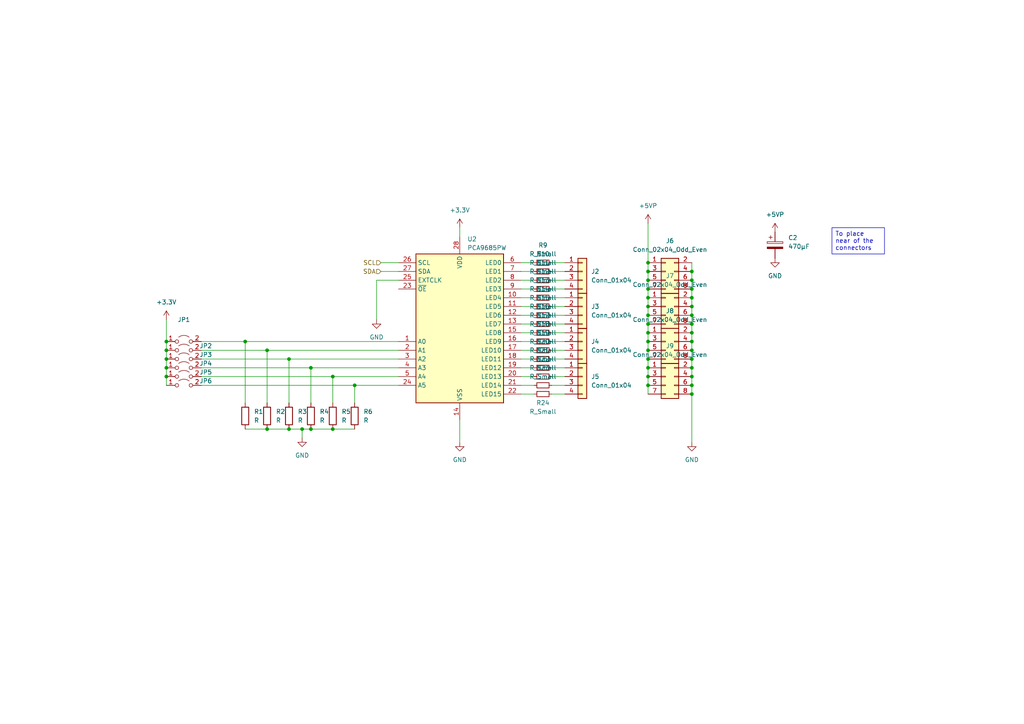
<source format=kicad_sch>
(kicad_sch (version 20230121) (generator eeschema)
  (paper "A4")
  (lib_symbols
    (symbol "Connector_Generic:Conn_01x04" (pin_names (offset 1.016) hide)
      (property "Reference" "J" (at 0 5.08 0))
      (property "Value" "Conn_01x04" (at 0 -7.62 0))
      (symbol "Conn_01x04_1_1"
        (rectangle (start -1.27 -4.953) (end 0 -5.207) (stroke (width 0.1524)))
        (rectangle (start -1.27 -2.413) (end 0 -2.667) (stroke (width 0.1524)))
        (rectangle (start -1.27 0.127) (end 0 -0.127) (stroke (width 0.1524)))
        (rectangle (start -1.27 2.667) (end 0 2.413) (stroke (width 0.1524)))
        (rectangle (start -1.27 3.81) (end 1.27 -6.35) (stroke (width 0.254)) (fill (type background)))
        (pin passive line (at -5.08 2.54 0) (length 3.81) (name "Pin_1") (number "1"))
        (pin passive line (at -5.08 0 0) (length 3.81) (name "Pin_2") (number "2"))
        (pin passive line (at -5.08 -2.54 0) (length 3.81) (name "Pin_3") (number "3"))
        (pin passive line (at -5.08 -5.08 0) (length 3.81) (name "Pin_4") (number "4"))
      )
    )
    (symbol "Connector_Generic:Conn_02x04_Odd_Even" (pin_names (offset 1.016) hide)
      (property "Reference" "J" (at 1.27 5.08 0))
      (property "Value" "Conn_02x04_Odd_Even" (at 1.27 -7.62 0))
      (symbol "Conn_02x04_Odd_Even_1_1"
        (rectangle (start -1.27 -4.953) (end 0 -5.207) (stroke (width 0.1524)))
        (rectangle (start -1.27 -2.413) (end 0 -2.667) (stroke (width 0.1524)))
        (rectangle (start -1.27 0.127) (end 0 -0.127) (stroke (width 0.1524)))
        (rectangle (start -1.27 2.667) (end 0 2.413) (stroke (width 0.1524)))
        (rectangle (start -1.27 3.81) (end 3.81 -6.35) (stroke (width 0.254)) (fill (type background)))
        (rectangle (start 3.81 -4.953) (end 2.54 -5.207) (stroke (width 0.1524)))
        (rectangle (start 3.81 -2.413) (end 2.54 -2.667) (stroke (width 0.1524)))
        (rectangle (start 3.81 0.127) (end 2.54 -0.127) (stroke (width 0.1524)))
        (rectangle (start 3.81 2.667) (end 2.54 2.413) (stroke (width 0.1524)))
        (pin passive line (at -5.08 2.54 0) (length 3.81) (name "Pin_1") (number "1"))
        (pin passive line (at 7.62 2.54 180) (length 3.81) (name "Pin_2") (number "2"))
        (pin passive line (at -5.08 0 0) (length 3.81) (name "Pin_3") (number "3"))
        (pin passive line (at 7.62 0 180) (length 3.81) (name "Pin_4") (number "4"))
        (pin passive line (at -5.08 -2.54 0) (length 3.81) (name "Pin_5") (number "5"))
        (pin passive line (at 7.62 -2.54 180) (length 3.81) (name "Pin_6") (number "6"))
        (pin passive line (at -5.08 -5.08 0) (length 3.81) (name "Pin_7") (number "7"))
        (pin passive line (at 7.62 -5.08 180) (length 3.81) (name "Pin_8") (number "8"))
      )
    )
    (symbol "Device:C_Polarized" (pin_numbers hide) (pin_names (offset 0.254))
      (property "Reference" "C" (at 0.635 2.54 0))
      (property "Value" "C_Polarized" (at 0.635 -2.54 0))
      (symbol "C_Polarized_0_1"
        (rectangle (start -2.286 0.508) (end 2.286 1.016))
        (polyline (pts (xy -1.778 2.286) (xy -0.762 2.286)))
        (polyline (pts (xy -1.27 2.794) (xy -1.27 1.778)))
        (rectangle (start 2.286 -0.508) (end -2.286 -1.016) (fill (type outline)))
      )
      (symbol "C_Polarized_1_1"
        (pin passive line (at 0 3.81 270) (length 2.794) (name "~") (number "1"))
        (pin passive line (at 0 -3.81 90) (length 2.794) (name "~") (number "2"))
      )
    )
    (symbol "Device:R" (pin_numbers hide) (pin_names (offset 0))
      (property "Reference" "R" (at 2.032 0 90))
      (property "Value" "R" (at 0 0 90))
      (symbol "R_0_1"
        (rectangle (start -1.016 -2.54) (end 1.016 2.54) (stroke (width 0.254)))
      )
      (symbol "R_1_1"
        (pin passive line (at 0 3.81 270) (length 1.27) (name "~") (number "1"))
        (pin passive line (at 0 -3.81 90) (length 1.27) (name "~") (number "2"))
      )
    )
    (symbol "Device:R_Small" (pin_numbers hide) (pin_names (offset 0.254) hide)
      (property "Reference" "R" (at 0.762 0.508 0))
      (property "Value" "R_Small" (at 0.762 -1.016 0))
      (symbol "R_Small_0_1"
        (rectangle (start -0.762 1.778) (end 0.762 -1.778) (stroke (width 0.2032)))
      )
      (symbol "R_Small_1_1"
        (pin passive line (at 0 2.54 270) (length 0.762) (name "~") (number "1"))
        (pin passive line (at 0 -2.54 90) (length 0.762) (name "~") (number "2"))
      )
    )
    (symbol "Driver_LED:PCA9685PW"
      (property "Reference" "U" (at -12.7 22.225 0))
      (property "Value" "PCA9685PW" (at 1.27 22.225 0))
      (symbol "PCA9685PW_0_1"
        (rectangle (start -12.7 20.32) (end 12.7 -22.86) (stroke (width 0.254)) (fill (type background)))
      )
      (symbol "PCA9685PW_1_1"
        (pin input line (at -17.78 -5.08 0) (length 5.08) (name "A0") (number "1"))
        (pin output line (at 17.78 7.62 180) (length 5.08) (name "LED4") (number "10"))
        (pin output line (at 17.78 5.08 180) (length 5.08) (name "LED5") (number "11"))
        (pin output line (at 17.78 2.54 180) (length 5.08) (name "LED6") (number "12"))
        (pin output line (at 17.78 0 180) (length 5.08) (name "LED7") (number "13"))
        (pin power_in line (at 0 -27.94 90) (length 5.08) (name "VSS") (number "14"))
        (pin output line (at 17.78 -2.54 180) (length 5.08) (name "LED8") (number "15"))
        (pin output line (at 17.78 -5.08 180) (length 5.08) (name "LED9") (number "16"))
        (pin output line (at 17.78 -7.62 180) (length 5.08) (name "LED10") (number "17"))
        (pin output line (at 17.78 -10.16 180) (length 5.08) (name "LED11") (number "18"))
        (pin output line (at 17.78 -12.7 180) (length 5.08) (name "LED12") (number "19"))
        (pin input line (at -17.78 -7.62 0) (length 5.08) (name "A1") (number "2"))
        (pin output line (at 17.78 -15.24 180) (length 5.08) (name "LED13") (number "20"))
        (pin output line (at 17.78 -17.78 180) (length 5.08) (name "LED14") (number "21"))
        (pin output line (at 17.78 -20.32 180) (length 5.08) (name "LED15") (number "22"))
        (pin input line (at -17.78 10.16 0) (length 5.08) (name "~{OE}") (number "23"))
        (pin input line (at -17.78 -17.78 0) (length 5.08) (name "A5") (number "24"))
        (pin input line (at -17.78 12.7 0) (length 5.08) (name "EXTCLK") (number "25"))
        (pin input line (at -17.78 17.78 0) (length 5.08) (name "SCL") (number "26"))
        (pin bidirectional line (at -17.78 15.24 0) (length 5.08) (name "SDA") (number "27"))
        (pin power_in line (at 0 25.4 270) (length 5.08) (name "VDD") (number "28"))
        (pin input line (at -17.78 -10.16 0) (length 5.08) (name "A2") (number "3"))
        (pin input line (at -17.78 -12.7 0) (length 5.08) (name "A3") (number "4"))
        (pin input line (at -17.78 -15.24 0) (length 5.08) (name "A4") (number "5"))
        (pin output line (at 17.78 17.78 180) (length 5.08) (name "LED0") (number "6"))
        (pin output line (at 17.78 15.24 180) (length 5.08) (name "LED1") (number "7"))
        (pin output line (at 17.78 12.7 180) (length 5.08) (name "LED2") (number "8"))
        (pin output line (at 17.78 10.16 180) (length 5.08) (name "LED3") (number "9"))
      )
    )
    (symbol "Jumper:Jumper_2_Open" (pin_names (offset 0) hide)
      (property "Reference" "JP" (at 0 2.794 0))
      (property "Value" "Jumper_2_Open" (at 0 -2.286 0))
      (symbol "Jumper_2_Open_0_0"
        (circle (center -2.032 0) (radius 0.508))
        (circle (center 2.032 0) (radius 0.508))
      )
      (symbol "Jumper_2_Open_0_1"
        (arc (start 1.524 1.27) (mid 0 1.778) (end -1.524 1.27))
      )
      (symbol "Jumper_2_Open_1_1"
        (pin passive line (at -5.08 0 0) (length 2.54) (name "A") (number "1"))
        (pin passive line (at 5.08 0 180) (length 2.54) (name "B") (number "2"))
      )
    )
    (symbol "power:+3.3V" (power) (pin_names (offset 0))
      (property "Value" "+3.3V" (at 0 3.556 0))
      (symbol "+3.3V_0_1"
        (polyline (pts (xy -0.762 1.27) (xy 0 2.54)))
        (polyline (pts (xy 0 0) (xy 0 2.54)))
        (polyline (pts (xy 0 2.54) (xy 0.762 1.27)))
      )
      (symbol "+3.3V_1_1"
        (pin power_in line (at 0 0 90) (length 0) hide (name "+3.3V") (number "1"))
      )
    )
    (symbol "power:+5VP" (power) (pin_names (offset 0))
      (property "Value" "+5VP" (at 0 3.556 0))
      (symbol "+5VP_0_1"
        (polyline (pts (xy -0.762 1.27) (xy 0 2.54)))
        (polyline (pts (xy 0 0) (xy 0 2.54)))
        (polyline (pts (xy 0 2.54) (xy 0.762 1.27)))
      )
      (symbol "+5VP_1_1"
        (pin power_in line (at 0 0 90) (length 0) hide (name "+5VP") (number "1"))
      )
    )
    (symbol "power:GND" (power) (pin_names (offset 0))
      (property "Value" "GND" (at 0 -3.81 0))
      (symbol "GND_0_1"
        (polyline (pts (xy 0 0) (xy 0 -1.27) (xy 1.27 -1.27) (xy 0 -2.54) (xy -1.27 -1.27) (xy 0 -1.27)))
      )
      (symbol "GND_1_1"
        (pin power_in line (at 0 0 270) (length 0) hide (name "GND") (number "1"))
      )
    )
  )
  (junction (at 187.96 99.06))
  (junction (at 200.66 78.74))
  (junction (at 48.26 106.68))
  (junction (at 187.96 86.36))
  (junction (at 87.63 124.46))
  (junction (at 200.66 111.76))
  (junction (at 187.96 109.22))
  (junction (at 187.96 78.74))
  (junction (at 48.26 99.06))
  (junction (at 200.66 101.6))
  (junction (at 187.96 106.68))
  (junction (at 200.66 96.52))
  (junction (at 187.96 96.52))
  (junction (at 71.12 99.06))
  (junction (at 200.66 86.36))
  (junction (at 96.52 124.46))
  (junction (at 77.47 124.46))
  (junction (at 83.82 124.46))
  (junction (at 200.66 93.98))
  (junction (at 102.87 111.76))
  (junction (at 187.96 104.14))
  (junction (at 200.66 99.06))
  (junction (at 83.82 104.14))
  (junction (at 90.17 106.68))
  (junction (at 187.96 93.98))
  (junction (at 200.66 109.22))
  (junction (at 187.96 101.6))
  (junction (at 200.66 91.44))
  (junction (at 187.96 91.44))
  (junction (at 187.96 76.2))
  (junction (at 200.66 88.9))
  (junction (at 187.96 83.82))
  (junction (at 48.26 101.6))
  (junction (at 187.96 111.76))
  (junction (at 48.26 104.14))
  (junction (at 48.26 109.22))
  (junction (at 200.66 114.3))
  (junction (at 187.96 81.28))
  (junction (at 77.47 101.6))
  (junction (at 200.66 83.82))
  (junction (at 96.52 109.22))
  (junction (at 187.96 88.9))
  (junction (at 90.17 124.46))
  (junction (at 200.66 104.14))
  (junction (at 200.66 106.68))
  (junction (at 200.66 81.28))
  (wire (pts (xy 163.83 88.9) (xy 160.02 88.9)))
  (wire (pts (xy 163.83 81.28) (xy 160.02 81.28)))
  (wire (pts (xy 58.42 101.6) (xy 77.47 101.6)))
  (wire (pts (xy 110.49 78.74) (xy 115.57 78.74)))
  (wire (pts (xy 163.83 104.14) (xy 160.02 104.14)))
  (wire (pts (xy 110.49 76.2) (xy 115.57 76.2)))
  (wire (pts (xy 87.63 127) (xy 87.63 124.46)))
  (wire (pts (xy 48.26 92.71) (xy 48.26 99.06)))
  (wire (pts (xy 187.96 64.77) (xy 187.96 76.2)))
  (wire (pts (xy 102.87 111.76) (xy 115.57 111.76)))
  (wire (pts (xy 163.83 93.98) (xy 160.02 93.98)))
  (wire (pts (xy 200.66 106.68) (xy 200.66 109.22)))
  (wire (pts (xy 187.96 93.98) (xy 187.96 96.52)))
  (wire (pts (xy 200.66 104.14) (xy 200.66 106.68)))
  (wire (pts (xy 187.96 91.44) (xy 187.96 93.98)))
  (wire (pts (xy 187.96 99.06) (xy 187.96 101.6)))
  (wire (pts (xy 71.12 99.06) (xy 71.12 116.84)))
  (wire (pts (xy 200.66 93.98) (xy 200.66 96.52)))
  (wire (pts (xy 90.17 106.68) (xy 115.57 106.68)))
  (wire (pts (xy 48.26 109.22) (xy 48.26 111.76)))
  (wire (pts (xy 58.42 99.06) (xy 71.12 99.06)))
  (wire (pts (xy 154.94 88.9) (xy 151.13 88.9)))
  (wire (pts (xy 71.12 124.46) (xy 77.47 124.46)))
  (wire (pts (xy 115.57 109.22) (xy 96.52 109.22)))
  (wire (pts (xy 200.66 76.2) (xy 200.66 78.74)))
  (wire (pts (xy 200.66 101.6) (xy 200.66 104.14)))
  (wire (pts (xy 187.96 106.68) (xy 187.96 109.22)))
  (wire (pts (xy 96.52 124.46) (xy 102.87 124.46)))
  (wire (pts (xy 163.83 101.6) (xy 160.02 101.6)))
  (wire (pts (xy 90.17 106.68) (xy 90.17 116.84)))
  (wire (pts (xy 109.22 92.71) (xy 109.22 81.28)))
  (wire (pts (xy 96.52 109.22) (xy 96.52 116.84)))
  (wire (pts (xy 187.96 86.36) (xy 187.96 88.9)))
  (wire (pts (xy 163.83 83.82) (xy 160.02 83.82)))
  (wire (pts (xy 187.96 96.52) (xy 187.96 99.06)))
  (wire (pts (xy 48.26 101.6) (xy 48.26 104.14)))
  (wire (pts (xy 48.26 106.68) (xy 48.26 109.22)))
  (wire (pts (xy 115.57 101.6) (xy 77.47 101.6)))
  (wire (pts (xy 163.83 111.76) (xy 160.02 111.76)))
  (wire (pts (xy 154.94 83.82) (xy 151.13 83.82)))
  (wire (pts (xy 87.63 124.46) (xy 90.17 124.46)))
  (wire (pts (xy 58.42 111.76) (xy 102.87 111.76)))
  (wire (pts (xy 133.35 66.04) (xy 133.35 68.58)))
  (wire (pts (xy 163.83 86.36) (xy 160.02 86.36)))
  (wire (pts (xy 187.96 76.2) (xy 187.96 78.74)))
  (wire (pts (xy 163.83 76.2) (xy 160.02 76.2)))
  (wire (pts (xy 48.26 99.06) (xy 48.26 101.6)))
  (wire (pts (xy 200.66 109.22) (xy 200.66 111.76)))
  (wire (pts (xy 187.96 101.6) (xy 187.96 104.14)))
  (wire (pts (xy 154.94 86.36) (xy 151.13 86.36)))
  (wire (pts (xy 58.42 109.22) (xy 96.52 109.22)))
  (wire (pts (xy 154.94 111.76) (xy 151.13 111.76)))
  (wire (pts (xy 187.96 109.22) (xy 187.96 111.76)))
  (wire (pts (xy 154.94 96.52) (xy 151.13 96.52)))
  (wire (pts (xy 200.66 78.74) (xy 200.66 81.28)))
  (wire (pts (xy 154.94 101.6) (xy 151.13 101.6)))
  (wire (pts (xy 102.87 116.84) (xy 102.87 111.76)))
  (wire (pts (xy 115.57 99.06) (xy 71.12 99.06)))
  (wire (pts (xy 77.47 124.46) (xy 83.82 124.46)))
  (wire (pts (xy 200.66 81.28) (xy 200.66 83.82)))
  (wire (pts (xy 200.66 96.52) (xy 200.66 99.06)))
  (wire (pts (xy 187.96 104.14) (xy 187.96 106.68)))
  (wire (pts (xy 109.22 81.28) (xy 115.57 81.28)))
  (wire (pts (xy 187.96 78.74) (xy 187.96 81.28)))
  (wire (pts (xy 154.94 78.74) (xy 151.13 78.74)))
  (wire (pts (xy 154.94 76.2) (xy 151.13 76.2)))
  (wire (pts (xy 154.94 109.22) (xy 151.13 109.22)))
  (wire (pts (xy 200.66 99.06) (xy 200.66 101.6)))
  (wire (pts (xy 163.83 106.68) (xy 160.02 106.68)))
  (wire (pts (xy 187.96 83.82) (xy 187.96 86.36)))
  (wire (pts (xy 187.96 88.9) (xy 187.96 91.44)))
  (wire (pts (xy 187.96 81.28) (xy 187.96 83.82)))
  (wire (pts (xy 154.94 91.44) (xy 151.13 91.44)))
  (wire (pts (xy 133.35 128.27) (xy 133.35 121.92)))
  (wire (pts (xy 90.17 124.46) (xy 96.52 124.46)))
  (wire (pts (xy 154.94 93.98) (xy 151.13 93.98)))
  (wire (pts (xy 163.83 96.52) (xy 160.02 96.52)))
  (wire (pts (xy 200.66 83.82) (xy 200.66 86.36)))
  (wire (pts (xy 58.42 106.68) (xy 90.17 106.68)))
  (wire (pts (xy 163.83 114.3) (xy 160.02 114.3)))
  (wire (pts (xy 154.94 114.3) (xy 151.13 114.3)))
  (wire (pts (xy 83.82 124.46) (xy 87.63 124.46)))
  (wire (pts (xy 48.26 104.14) (xy 48.26 106.68)))
  (wire (pts (xy 154.94 81.28) (xy 151.13 81.28)))
  (wire (pts (xy 187.96 111.76) (xy 187.96 114.3)))
  (wire (pts (xy 83.82 104.14) (xy 115.57 104.14)))
  (wire (pts (xy 200.66 86.36) (xy 200.66 88.9)))
  (wire (pts (xy 58.42 104.14) (xy 83.82 104.14)))
  (wire (pts (xy 163.83 91.44) (xy 160.02 91.44)))
  (wire (pts (xy 200.66 128.27) (xy 200.66 114.3)))
  (wire (pts (xy 163.83 99.06) (xy 160.02 99.06)))
  (wire (pts (xy 200.66 88.9) (xy 200.66 91.44)))
  (wire (pts (xy 77.47 101.6) (xy 77.47 116.84)))
  (wire (pts (xy 154.94 106.68) (xy 151.13 106.68)))
  (wire (pts (xy 83.82 104.14) (xy 83.82 116.84)))
  (wire (pts (xy 154.94 104.14) (xy 151.13 104.14)))
  (wire (pts (xy 163.83 78.74) (xy 160.02 78.74)))
  (wire (pts (xy 154.94 99.06) (xy 151.13 99.06)))
  (wire (pts (xy 200.66 91.44) (xy 200.66 93.98)))
  (wire (pts (xy 200.66 111.76) (xy 200.66 114.3)))
  (wire (pts (xy 163.83 109.22) (xy 160.02 109.22)))
  (text_box "To place near of the connectors" (at 241.3 66.04 0) (size 15.24 7.62) (effects (font (size 1.27 1.27)) (justify left top)))
  (hierarchical_label "SDA" (shape input) (at 110.49 78.74 180))
  (hierarchical_label "SCL" (shape input) (at 110.49 76.2 180))
  (symbol (lib_id "power:GND") (at 109.22 92.71 0) (unit 1)
    (property "Reference" "#PWR025" (effects hide))
    (property "Value" "GND" (at 109.22 97.79 0))
  )
  (symbol (lib_id "Jumper:Jumper_2_Open") (at 53.34 106.68 0) (unit 1)
    (property "Reference" "JP4" (at 59.69 105.41 0))
    (property "Value" "Jumper_2_Open" (effects hide))
    (property "Footprint" "Jumper:SolderJumper-2_P1.3mm_Open_Pad1.0x1.5mm" (effects hide))
  )
  (symbol (lib_id "Jumper:Jumper_2_Open") (at 53.34 111.76 0) (unit 1)
    (property "Reference" "JP6" (at 59.69 110.49 0))
    (property "Value" "Jumper_2_Open" (effects hide))
    (property "Footprint" "Jumper:SolderJumper-2_P1.3mm_Open_Pad1.0x1.5mm" (effects hide))
  )
  (symbol (lib_id "Device:R_Small") (at 157.48 101.6 90) (unit 1)
    (property "Reference" "R19" (at 157.48 96.52 90))
    (property "Value" "R_Small" (at 157.48 99.06 90))
    (property "Footprint" "Resistor_SMD:R_1206_3216Metric_Pad1.30x1.75mm_HandSolder" (effects hide))
  )
  (symbol (lib_id "Device:R_Small") (at 157.48 91.44 90) (unit 1)
    (property "Reference" "R15" (at 157.48 86.36 90))
    (property "Value" "R_Small" (at 157.48 88.9 90))
    (property "Footprint" "Resistor_SMD:R_1206_3216Metric_Pad1.30x1.75mm_HandSolder" (effects hide))
  )
  (symbol (lib_id "Connector_Generic:Conn_02x04_Odd_Even") (at 193.04 109.22 0) (unit 1)
    (property "Reference" "J9" (at 194.31 100.33 0))
    (property "Value" "Conn_02x04_Odd_Even" (at 194.31 102.87 0))
    (property "Footprint" "Connector_PinHeader_2.54mm:PinHeader_2x04_P2.54mm_Vertical" (effects hide))
  )
  (symbol (lib_id "Device:R") (at 102.87 120.65 0) (unit 1)
    (property "Reference" "R6" (at 105.41 119.38 0) (effects (justify left)))
    (property "Value" "R" (at 105.41 121.92 0) (effects (justify left)))
    (property "Footprint" "Resistor_SMD:R_1206_3216Metric_Pad1.30x1.75mm_HandSolder" (effects hide))
  )
  (symbol (lib_id "Device:R_Small") (at 157.48 99.06 90) (unit 1)
    (property "Reference" "R18" (at 157.48 93.98 90))
    (property "Value" "R_Small" (at 157.48 96.52 90))
    (property "Footprint" "Resistor_SMD:R_1206_3216Metric_Pad1.30x1.75mm_HandSolder" (effects hide))
  )
  (symbol (lib_id "Device:R_Small") (at 157.48 114.3 90) (unit 1)
    (property "Reference" "R24" (at 157.48 116.84 90))
    (property "Value" "R_Small" (at 157.48 119.38 90))
    (property "Footprint" "Resistor_SMD:R_1206_3216Metric_Pad1.30x1.75mm_HandSolder" (effects hide))
  )
  (symbol (lib_id "Device:R_Small") (at 157.48 78.74 90) (unit 1)
    (property "Reference" "R10" (at 157.48 73.66 90))
    (property "Value" "R_Small" (at 157.48 76.2 90))
    (property "Footprint" "Resistor_SMD:R_1206_3216Metric_Pad1.30x1.75mm_HandSolder" (effects hide))
  )
  (symbol (lib_id "power:+3.3V") (at 48.26 92.71 0) (unit 1)
    (property "Reference" "#PWR022" (effects hide))
    (property "Value" "+3.3V" (at 48.26 87.63 0))
  )
  (symbol (lib_id "Jumper:Jumper_2_Open") (at 53.34 101.6 0) (unit 1)
    (property "Reference" "JP2" (at 59.69 100.33 0))
    (property "Value" "Jumper_2_Open" (effects hide))
    (property "Footprint" "Jumper:SolderJumper-2_P1.3mm_Open_Pad1.0x1.5mm" (effects hide))
  )
  (symbol (lib_id "Connector_Generic:Conn_01x04") (at 168.91 78.74 0) (unit 1)
    (property "Reference" "J2" (at 171.45 78.74 0) (effects (justify left)))
    (property "Value" "Conn_01x04" (at 171.45 81.28 0) (effects (justify left)))
    (property "Footprint" "Connector_PinHeader_2.54mm:PinHeader_1x04_P2.54mm_Vertical" (effects hide))
  )
  (symbol (lib_id "Device:C_Polarized") (at 224.79 71.12 0) (unit 1)
    (property "Reference" "C2" (at 228.6 68.961 0) (effects (justify left)))
    (property "Value" "470µF" (at 228.6 71.501 0) (effects (justify left)))
    (property "Footprint" "Capacitor_SMD:CP_Elec_10x10.5" (effects hide))
  )
  (symbol (lib_id "Device:R") (at 77.47 120.65 0) (unit 1)
    (property "Reference" "R2" (at 80.01 119.38 0) (effects (justify left)))
    (property "Value" "R" (at 80.01 121.92 0) (effects (justify left)))
    (property "Footprint" "Resistor_SMD:R_1206_3216Metric_Pad1.30x1.75mm_HandSolder" (effects hide))
  )
  (symbol (lib_id "Device:R_Small") (at 157.48 109.22 90) (unit 1)
    (property "Reference" "R22" (at 157.48 104.14 90))
    (property "Value" "R_Small" (at 157.48 106.68 90))
    (property "Footprint" "Resistor_SMD:R_1206_3216Metric_Pad1.30x1.75mm_HandSolder" (effects hide))
  )
  (symbol (lib_id "Device:R_Small") (at 157.48 76.2 90) (unit 1)
    (property "Reference" "R9" (at 157.48 71.12 90))
    (property "Value" "R_Small" (at 157.48 73.66 90))
    (property "Footprint" "Resistor_SMD:R_1206_3216Metric_Pad1.30x1.75mm_HandSolder" (effects hide))
  )
  (symbol (lib_id "Device:R") (at 71.12 120.65 0) (unit 1)
    (property "Reference" "R1" (at 73.66 119.38 0) (effects (justify left)))
    (property "Value" "R" (at 73.66 121.92 0) (effects (justify left)))
    (property "Footprint" "Resistor_SMD:R_1206_3216Metric_Pad1.30x1.75mm_HandSolder" (effects hide))
  )
  (symbol (lib_id "Jumper:Jumper_2_Open") (at 53.34 99.06 0) (unit 1)
    (property "Reference" "JP1" (at 53.34 92.71 0))
    (property "Value" "Jumper_2_Open" (effects hide))
    (property "Footprint" "Jumper:SolderJumper-2_P1.3mm_Open_Pad1.0x1.5mm" (effects hide))
  )
  (symbol (lib_id "Connector_Generic:Conn_01x04") (at 168.91 109.22 0) (unit 1)
    (property "Reference" "J5" (at 171.45 109.22 0) (effects (justify left)))
    (property "Value" "Conn_01x04" (at 171.45 111.76 0) (effects (justify left)))
    (property "Footprint" "Connector_PinHeader_2.54mm:PinHeader_1x04_P2.54mm_Vertical" (effects hide))
  )
  (symbol (lib_id "Connector_Generic:Conn_01x04") (at 168.91 99.06 0) (unit 1)
    (property "Reference" "J4" (at 171.45 99.06 0) (effects (justify left)))
    (property "Value" "Conn_01x04" (at 171.45 101.6 0) (effects (justify left)))
    (property "Footprint" "Connector_PinHeader_2.54mm:PinHeader_1x04_P2.54mm_Vertical" (effects hide))
  )
  (symbol (lib_id "power:GND") (at 200.66 128.27 0) (unit 1)
    (property "Reference" "#PWR020" (effects hide))
    (property "Value" "GND" (at 200.66 133.35 0))
  )
  (symbol (lib_id "Jumper:Jumper_2_Open") (at 53.34 104.14 0) (unit 1)
    (property "Reference" "JP3" (at 59.69 102.87 0))
    (property "Value" "Jumper_2_Open" (effects hide))
    (property "Footprint" "Jumper:SolderJumper-2_P1.3mm_Open_Pad1.0x1.5mm" (effects hide))
  )
  (symbol (lib_id "Device:R_Small") (at 157.48 111.76 90) (unit 1)
    (property "Reference" "R23" (at 157.48 106.68 90))
    (property "Value" "R_Small" (at 157.48 109.22 90))
    (property "Footprint" "Resistor_SMD:R_1206_3216Metric_Pad1.30x1.75mm_HandSolder" (effects hide))
  )
  (symbol (lib_id "Connector_Generic:Conn_02x04_Odd_Even") (at 193.04 99.06 0) (unit 1)
    (property "Reference" "J8" (at 194.31 90.17 0))
    (property "Value" "Conn_02x04_Odd_Even" (at 194.31 92.71 0))
    (property "Footprint" "Connector_PinHeader_2.54mm:PinHeader_2x04_P2.54mm_Vertical" (effects hide))
  )
  (symbol (lib_id "Driver_LED:PCA9685PW") (at 133.35 93.98 0) (unit 1)
    (property "Reference" "U2" (at 135.5441 69.342 0) (effects (justify left)))
    (property "Value" "PCA9685PW" (at 135.5441 71.882 0) (effects (justify left)))
    (property "Footprint" "Package_SO:TSSOP-28_4.4x9.7mm_P0.65mm" (effects hide))
    (property "Datasheet" "http://www.nxp.com/docs/en/data-sheet/PCA9685.pdf" (effects hide))
  )
  (symbol (lib_id "power:GND") (at 133.35 128.27 0) (unit 1)
    (property "Reference" "#PWR018" (effects hide))
    (property "Value" "GND" (at 133.35 133.35 0))
  )
  (symbol (lib_id "Device:R_Small") (at 157.48 104.14 90) (unit 1)
    (property "Reference" "R20" (at 157.48 99.06 90))
    (property "Value" "R_Small" (at 157.48 101.6 90))
    (property "Footprint" "Resistor_SMD:R_1206_3216Metric_Pad1.30x1.75mm_HandSolder" (effects hide))
  )
  (symbol (lib_id "Device:R") (at 96.52 120.65 0) (unit 1)
    (property "Reference" "R5" (at 99.06 119.38 0) (effects (justify left)))
    (property "Value" "R" (at 99.06 121.92 0) (effects (justify left)))
    (property "Footprint" "Resistor_SMD:R_1206_3216Metric_Pad1.30x1.75mm_HandSolder" (effects hide))
  )
  (symbol (lib_id "power:+3.3V") (at 133.35 66.04 0) (unit 1)
    (property "Reference" "#PWR017" (effects hide))
    (property "Value" "+3.3V" (at 133.35 60.96 0))
  )
  (symbol (lib_id "Device:R_Small") (at 157.48 106.68 90) (unit 1)
    (property "Reference" "R21" (at 157.48 101.6 90))
    (property "Value" "R_Small" (at 157.48 104.14 90))
    (property "Footprint" "Resistor_SMD:R_1206_3216Metric_Pad1.30x1.75mm_HandSolder" (effects hide))
  )
  (symbol (lib_id "Device:R") (at 90.17 120.65 0) (unit 1)
    (property "Reference" "R4" (at 92.71 119.38 0) (effects (justify left)))
    (property "Value" "R" (at 92.71 121.92 0) (effects (justify left)))
    (property "Footprint" "Resistor_SMD:R_1206_3216Metric_Pad1.30x1.75mm_HandSolder" (effects hide))
  )
  (symbol (lib_id "Device:R_Small") (at 157.48 83.82 90) (unit 1)
    (property "Reference" "R12" (at 157.48 78.74 90))
    (property "Value" "R_Small" (at 157.48 81.28 90))
    (property "Footprint" "Resistor_SMD:R_1206_3216Metric_Pad1.30x1.75mm_HandSolder" (effects hide))
  )
  (symbol (lib_id "power:GND") (at 87.63 127 0) (unit 1)
    (property "Reference" "#PWR021" (effects hide))
    (property "Value" "GND" (at 87.63 132.08 0))
  )
  (symbol (lib_id "Connector_Generic:Conn_02x04_Odd_Even") (at 193.04 78.74 0) (unit 1)
    (property "Reference" "J6" (at 194.31 69.85 0))
    (property "Value" "Conn_02x04_Odd_Even" (at 194.31 72.39 0))
    (property "Footprint" "Connector_PinHeader_2.54mm:PinHeader_2x04_P2.54mm_Vertical" (effects hide))
  )
  (symbol (lib_id "Device:R_Small") (at 157.48 96.52 90) (unit 1)
    (property "Reference" "R17" (at 157.48 91.44 90))
    (property "Value" "R_Small" (at 157.48 93.98 90))
    (property "Footprint" "Resistor_SMD:R_1206_3216Metric_Pad1.30x1.75mm_HandSolder" (effects hide))
  )
  (symbol (lib_id "Device:R_Small") (at 157.48 88.9 90) (unit 1)
    (property "Reference" "R14" (at 157.48 83.82 90))
    (property "Value" "R_Small" (at 157.48 86.36 90))
    (property "Footprint" "Resistor_SMD:R_1206_3216Metric_Pad1.30x1.75mm_HandSolder" (effects hide))
  )
  (symbol (lib_id "power:+5VP") (at 187.96 64.77 0) (unit 1)
    (property "Reference" "#PWR019" (effects hide))
    (property "Value" "+5VP" (at 187.96 59.69 0))
  )
  (symbol (lib_id "Connector_Generic:Conn_02x04_Odd_Even") (at 193.04 88.9 0) (unit 1)
    (property "Reference" "J7" (at 194.31 80.01 0))
    (property "Value" "Conn_02x04_Odd_Even" (at 194.31 82.55 0))
    (property "Footprint" "Connector_PinHeader_2.54mm:PinHeader_2x04_P2.54mm_Vertical" (effects hide))
  )
  (symbol (lib_id "Device:R_Small") (at 157.48 93.98 90) (unit 1)
    (property "Reference" "R16" (at 157.48 88.9 90))
    (property "Value" "R_Small" (at 157.48 91.44 90))
    (property "Footprint" "Resistor_SMD:R_1206_3216Metric_Pad1.30x1.75mm_HandSolder" (effects hide))
  )
  (symbol (lib_id "Jumper:Jumper_2_Open") (at 53.34 109.22 0) (unit 1)
    (property "Reference" "JP5" (at 59.69 107.95 0))
    (property "Value" "Jumper_2_Open" (effects hide))
    (property "Footprint" "Jumper:SolderJumper-2_P1.3mm_Open_Pad1.0x1.5mm" (effects hide))
  )
  (symbol (lib_id "power:+5VP") (at 224.79 67.31 0) (unit 1)
    (property "Reference" "#PWR023" (effects hide))
    (property "Value" "+5VP" (at 224.79 62.23 0))
  )
  (symbol (lib_id "Device:R_Small") (at 157.48 86.36 90) (unit 1)
    (property "Reference" "R13" (at 157.48 81.28 90))
    (property "Value" "R_Small" (at 157.48 83.82 90))
    (property "Footprint" "Resistor_SMD:R_1206_3216Metric_Pad1.30x1.75mm_HandSolder" (effects hide))
  )
  (symbol (lib_id "Connector_Generic:Conn_01x04") (at 168.91 88.9 0) (unit 1)
    (property "Reference" "J3" (at 171.45 88.9 0) (effects (justify left)))
    (property "Value" "Conn_01x04" (at 171.45 91.44 0) (effects (justify left)))
    (property "Footprint" "Connector_PinHeader_2.54mm:PinHeader_1x04_P2.54mm_Vertical" (effects hide))
  )
  (symbol (lib_id "Device:R_Small") (at 157.48 81.28 90) (unit 1)
    (property "Reference" "R11" (at 157.48 76.2 90))
    (property "Value" "R_Small" (at 157.48 78.74 90))
    (property "Footprint" "Resistor_SMD:R_1206_3216Metric_Pad1.30x1.75mm_HandSolder" (effects hide))
  )
  (symbol (lib_id "power:GND") (at 224.79 74.93 0) (unit 1)
    (property "Reference" "#PWR024" (effects hide))
    (property "Value" "GND" (at 224.79 80.01 0))
  )
  (symbol (lib_id "Device:R") (at 83.82 120.65 0) (unit 1)
    (property "Reference" "R3" (at 86.36 119.38 0) (effects (justify left)))
    (property "Value" "R" (at 86.36 121.92 0) (effects (justify left)))
    (property "Footprint" "Resistor_SMD:R_1206_3216Metric_Pad1.30x1.75mm_HandSolder" (effects hide))
  )
)
</source>
